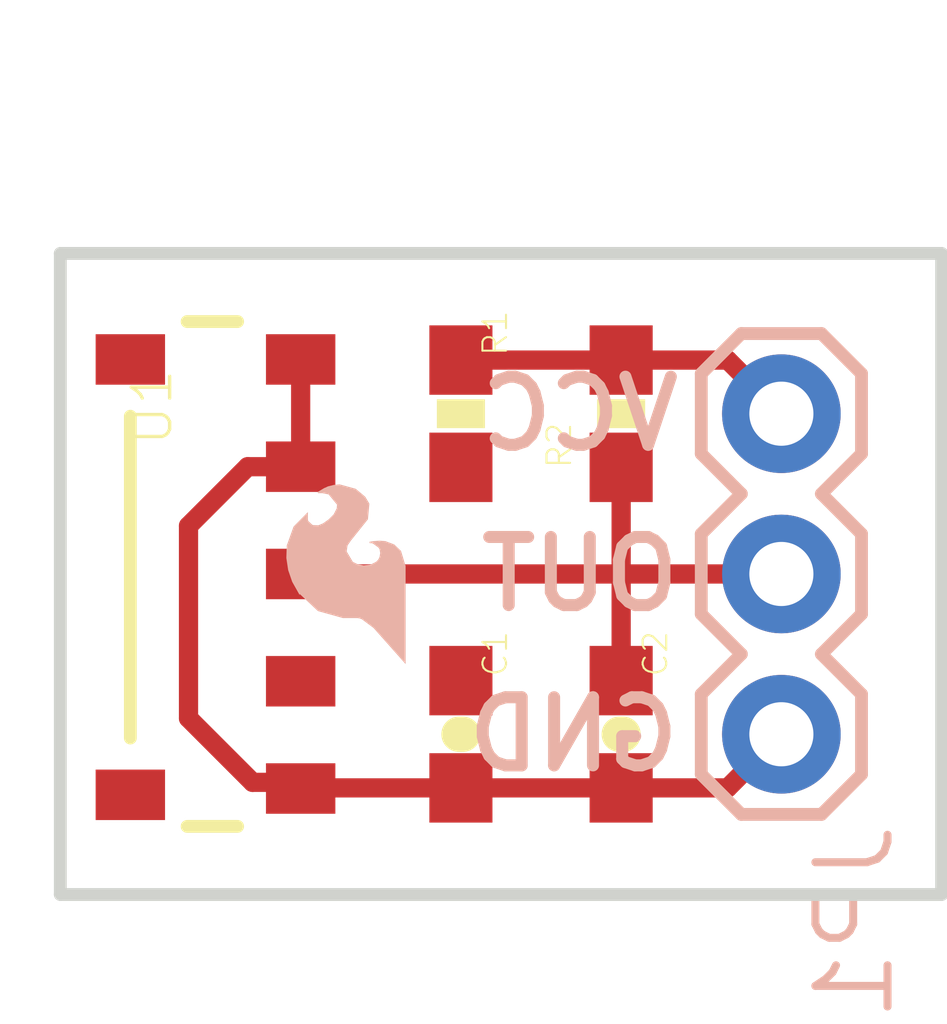
<source format=kicad_pcb>
(kicad_pcb (version 20211014) (generator pcbnew)
  (layers (0 "F.Cu" signal) (31 "B.Cu" signal) (34 "B.Paste" user) (35 "F.Paste" user) (36 "B.SilkS" user "B.Silkscreen") (37 "F.SilkS" user "F.Silkscreen") (38 "B.Mask" user) (39 "F.Mask" user) (44 "Edge.Cuts" user))
  (net 0 "")
  (net 1 "GND")
  (net 2 "VS")
  (net 3 "OUT")
  (net 4 "VCC")
  (footprint "boardEagle:TSOP8523" (layer "F.Cu") (at 145.3261 105.0036 -90)
    (fp_text reference "U1" (at -2 2 -90) (layer "F.SilkS") (effects (font (size 0.607568 0.607568) (thickness 0.052832)) (justify left bottom)))
    (fp_text value "IRRECEIVERSMD")
    (fp_line (start -2.5 2.7) (end 2.6 2.7) (layer "F.SilkS") (width 0.2032))
    (fp_line (start 4 1) (end 4 1.8) (layer "F.SilkS") (width 0.2032))
    (fp_line (start -4 1) (end -4 1.8) (layer "F.SilkS") (width 0.2032))
    (pad "1" smd rect (at 3.4 0 270) (size 0.8 1.1) (layers "F.Cu" "F.Paste" "F.Mask") (net 1 "GND"))
    (pad "2" smd rect (at 1.7 0 270) (size 0.8 1.1) (layers "F.Cu" "F.Paste" "F.Mask") (net 2 "VS"))
    (pad "3" smd rect (at 0 0 270) (size 0.8 1.1) (layers "F.Cu" "F.Paste" "F.Mask") (net 3 "OUT"))
    (pad "4" smd rect (at -1.7 0 270) (size 0.8 1.1) (layers "F.Cu" "F.Paste" "F.Mask") (net 1 "GND"))
    (pad "5" smd rect (at -3.4 0 270) (size 0.8 1.1) (layers "F.Cu" "F.Paste" "F.Mask") (net 1 "GND"))
    (pad "P$1" smd rect (at -3.4 2.7 270) (size 0.8 1.1) (layers "F.Cu" "F.Paste" "F.Mask"))
    (pad "P$2" smd rect (at 3.5 2.7 270) (size 0.8 1.1) (layers "F.Cu" "F.Paste" "F.Mask"))
  )
  (footprint "boardEagle:0603-CAP" (layer "F.Cu") (at 150.4061 107.5436 -90)
    (fp_text reference "C2" (at -0.889 -0.762 -90) (layer "F.SilkS") (effects (font (size 0.373888 0.373888) (thickness 0.032512)) (justify left bottom)))
    (fp_text value "47nF")
    (fp_line (start 0 -0.0305) (end 0 0.0305) (layer "F.SilkS") (width 0.5588))
    (pad "1" smd rect (at -0.85 0 270) (size 1.1 1) (layers "F.Cu" "F.Paste" "F.Mask") (net 3 "OUT"))
    (pad "2" smd rect (at 0.85 0 270) (size 1.1 1) (layers "F.Cu" "F.Paste" "F.Mask") (net 1 "GND"))
  )
  (footprint "boardEagle:0603-CAP" (layer "F.Cu") (at 147.8661 107.5436 -90)
    (fp_text reference "C1" (at -0.889 -0.762 -90) (layer "F.SilkS") (effects (font (size 0.373888 0.373888) (thickness 0.032512)) (justify left bottom)))
    (fp_text value "1uF")
    (fp_line (start 0 -0.0305) (end 0 0.0305) (layer "F.SilkS") (width 0.5588))
    (pad "1" smd rect (at -0.85 0 270) (size 1.1 1) (layers "F.Cu" "F.Paste" "F.Mask") (net 2 "VS"))
    (pad "2" smd rect (at 0.85 0 270) (size 1.1 1) (layers "F.Cu" "F.Paste" "F.Mask") (net 1 "GND"))
  )
  (footprint "boardEagle:0603-RES" (layer "F.Cu") (at 150.4061 102.4636 90)
    (fp_text reference "R2" (at -0.889 -0.762 90) (layer "F.SilkS") (effects (font (size 0.373888 0.373888) (thickness 0.032512)) (justify left bottom)))
    (fp_text value "2.2k")
    (fp_poly (pts (xy -0.2286 0.381) (xy 0.2286 0.381) (xy 0.2286 -0.381) (xy -0.2286 -0.381)) (layer "F.SilkS") (width 0) (fill solid))
    (pad "1" smd rect (at -0.85 0 90) (size 1.1 1) (layers "F.Cu" "F.Paste" "F.Mask") (net 3 "OUT"))
    (pad "2" smd rect (at 0.85 0 90) (size 1.1 1) (layers "F.Cu" "F.Paste" "F.Mask") (net 4 "VCC"))
  )
  (footprint "boardEagle:0603-RES" (layer "F.Cu") (at 147.8661 102.4636 -90)
    (fp_text reference "R1" (at -0.889 -0.762 -90) (layer "F.SilkS") (effects (font (size 0.373888 0.373888) (thickness 0.032512)) (justify left bottom)))
    (fp_text value "100")
    (fp_poly (pts (xy -0.2286 0.381) (xy 0.2286 0.381) (xy 0.2286 -0.381) (xy -0.2286 -0.381)) (layer "F.SilkS") (width 0) (fill solid))
    (pad "1" smd rect (at -0.85 0 270) (size 1.1 1) (layers "F.Cu" "F.Paste" "F.Mask") (net 4 "VCC"))
    (pad "2" smd rect (at 0.85 0 270) (size 1.1 1) (layers "F.Cu" "F.Paste" "F.Mask") (net 2 "VS"))
  )
  (footprint "boardEagle:SFE-LOGO-FLAME" (layer "B.Cu") (at 146.9771 106.4006 180)
    (fp_text reference "U$1" hide)
    (fp_text value "LOGO-SFESK" hide)
    (fp_poly (pts (xy 1.126002 2.808203) (xy 1.215449 2.785829) (xy 1.228477 2.780783) (xy 1.240149 2.774875) (xy 1.25686 2.766576) (xy 1.275552 2.759834) (xy 1.371694 2.7026) (xy 1.3793 2.7026) (xy 1.3793 2.6772) (xy 1.306833 2.6772) (xy 1.208418 2.657914) (xy 1.074855 2.495286) (xy 1.079365 2.436825) (xy 1.12809 2.341869) (xy 1.204666 2.265196) (xy 1.294069 2.200638) (xy 1.369348 2.168824) (xy 1.450737 2.171632) (xy 1.458864 2.174186) (xy 1.466257 2.177389) (xy 1.530514 2.236956) (xy 1.5368 2.259812) (xy 1.5368 2.377938) (xy 1.763707 2.148127) (xy 1.868186 1.856841) (xy 1.871603 1.856894) (xy 1.87806 1.650435) (xy 1.848857 1.45742) (xy 1.785308 1.272842) (xy 1.6663 1.061578) (xy 1.6663 1.080581) (xy 1.378131 0.80901) (xy 0.982239 0.6985) (xy 0.753005 0.6985) (xy 0.716201 0.692046) (xy 0.681776 0.679592) (xy 0.496322 0.541784) (xy -0.0126 -0.03091) (xy -0.0126 1.52077) (xy 0.060004 1.761967) (xy 0.168295 1.865489) (xy 0.307122 1.917522) (xy 0.4039 1.925089) (xy 0.499384 1.917623) (xy 0.55991 1.908099) (xy 0.557788 1.884433) (xy 0.522216 1.885242) (xy 0.501784 1.876141) (xy 0.420519 1.817154) (xy 0.400722 1.79067) (xy 0.390395 1.7285) (xy 0.400905 1.665229) (xy 0.421405 1.625174) (xy 0.452343 1.592685) (xy 0.546535 1.54355) (xy 0.652229 1.531742) (xy 0.742768 1.550084) (xy 0.82422 1.589656) (xy 0.92203 1.754659) (xy 0.907706 1.848844) (xy 0.850914 1.930401) (xy 0.584707 2.263237) (xy 0.561667 2.510855) (xy 0.627495 2.621556) (xy 0.629042 2.623103) (xy 0.778901 2.74712) (xy 1.032676 2.817064)) (layer "B.SilkS") (width 0) (fill solid))
  )
  (footprint "boardEagle:1X03" (layer "B.Cu") (at 152.9461 107.5436 90)
    (fp_text reference "JP1" (at -1.3462 1.8288 270) (layer "B.SilkS") (effects (font (size 1.143 1.143) (thickness 0.127)) (justify left bottom mirror)))
    (fp_text value "")
    (fp_line (start 5.715 -1.27) (end 4.445 -1.27) (layer "B.SilkS") (width 0.2032))
    (fp_line (start 4.445 -1.27) (end 3.81 -0.635) (layer "B.SilkS") (width 0.2032))
    (fp_line (start 4.445 1.27) (end 5.715 1.27) (layer "B.SilkS") (width 0.2032))
    (fp_line (start -1.27 0.635) (end -1.27 -0.635) (layer "B.SilkS") (width 0.2032))
    (fp_line (start 1.27 0.635) (end 1.905 1.27) (layer "B.SilkS") (width 0.2032))
    (fp_line (start -1.27 -0.635) (end -0.635 -1.27) (layer "B.SilkS") (width 0.2032))
    (fp_line (start 1.27 -0.635) (end 0.635 -1.27) (layer "B.SilkS") (width 0.2032))
    (fp_line (start 3.81 0.635) (end 4.445 1.27) (layer "B.SilkS") (width 0.2032))
    (fp_line (start 3.81 -0.635) (end 3.175 -1.27) (layer "B.SilkS") (width 0.2032))
    (fp_line (start 3.175 -1.27) (end 1.905 -1.27) (layer "B.SilkS") (width 0.2032))
    (fp_line (start -0.635 1.27) (end 0.635 1.27) (layer "B.SilkS") (width 0.2032))
    (fp_line (start 1.905 1.27) (end 3.175 1.27) (layer "B.SilkS") (width 0.2032))
    (fp_line (start 0.635 -1.27) (end -0.635 -1.27) (layer "B.SilkS") (width 0.2032))
    (fp_line (start 3.175 1.27) (end 3.81 0.635) (layer "B.SilkS") (width 0.2032))
    (fp_line (start 6.35 0.635) (end 6.35 -0.635) (layer "B.SilkS") (width 0.2032))
    (fp_line (start 1.905 -1.27) (end 1.27 -0.635) (layer "B.SilkS") (width 0.2032))
    (fp_line (start 0.635 1.27) (end 1.27 0.635) (layer "B.SilkS") (width 0.2032))
    (fp_line (start 6.35 -0.635) (end 5.715 -1.27) (layer "B.SilkS") (width 0.2032))
    (fp_line (start 5.715 1.27) (end 6.35 0.635) (layer "B.SilkS") (width 0.2032))
    (fp_line (start -0.635 1.27) (end -1.27 0.635) (layer "B.SilkS") (width 0.2032))
    (pad "1" thru_hole circle (at 0 0) (size 1.8796 1.8796) (drill 1.016) (layers *.Cu *.Mask) (net 1 "GND"))
    (pad "2" thru_hole circle (at 2.54 0) (size 1.8796 1.8796) (drill 1.016) (layers *.Cu *.Mask) (net 3 "OUT"))
    (pad "3" thru_hole circle (at 5.08 0) (size 1.8796 1.8796) (drill 1.016) (layers *.Cu *.Mask) (net 4 "VCC"))
  )
  (gr_line (start 155.4861 110.0836) (end 155.4861 99.9236) (layer "Edge.Cuts") (width 0.2032))
  (gr_line (start 155.4861 99.9236) (end 141.5161 99.9236) (layer "Edge.Cuts") (width 0.2032))
  (gr_line (start 141.5161 110.0836) (end 155.4861 110.0836) (layer "Edge.Cuts") (width 0.2032))
  (gr_line (start 141.5161 99.9236) (end 141.5161 110.0836) (layer "Edge.Cuts") (width 0.2032))
  (gr_text "VCC" (at 151.4221 103.0986) (layer "B.SilkS") (effects (font (size 1.0795 1.0795) (thickness 0.1905)) (justify left bottom mirror)))
  (gr_text "GND" (at 151.4221 108.1786) (layer "B.SilkS") (effects (font (size 1.0795 1.0795) (thickness 0.1905)) (justify left bottom mirror)))
  (gr_text "OUT" (at 151.4221 105.6386) (layer "B.SilkS") (effects (font (size 1.0795 1.0795) (thickness 0.1905)) (justify left bottom mirror)))
  (segment (start 150.4061 108.3936) (end 152.0961 108.3936) (width 0.3048) (layer "F.Cu") (net 1))
  (segment (start 145.3361 108.3936) (end 147.8661 108.3936) (width 0.3048) (layer "F.Cu") (net 1))
  (segment (start 145.3261 108.3056) (end 144.5641 108.3056) (width 0.3048) (layer "F.Cu") (net 1))
  (segment (start 145.3261 103.3036) (end 145.3261 101.6036) (width 0.3048) (layer "F.Cu") (net 1))
  (segment (start 144.4861 103.3036) (end 145.3261 103.3036) (width 0.3048) (layer "F.Cu") (net 1))
  (segment (start 145.3261 108.4036) (end 145.3261 108.3056) (width 0.2032) (layer "F.Cu") (net 1))
  (segment (start 144.5641 108.3056) (end 143.5481 107.2896) (width 0.3048) (layer "F.Cu") (net 1))
  (segment (start 143.5481 107.2896) (end 143.5481 104.2416) (width 0.3048) (layer "F.Cu") (net 1))
  (segment (start 152.0961 108.3936) (end 152.9461 107.5436) (width 0.3048) (layer "F.Cu") (net 1))
  (segment (start 145.3261 108.4036) (end 145.3361 108.3936) (width 0.3048) (layer "F.Cu") (net 1))
  (segment (start 147.8661 108.3936) (end 150.4061 108.3936) (width 0.3048) (layer "F.Cu") (net 1))
  (segment (start 143.5481 104.2416) (end 144.4861 103.3036) (width 0.3048) (layer "F.Cu") (net 1))
  (segment (start 150.4061 106.6936) (end 150.4061 106.7816) (width 0.2032) (layer "F.Cu") (net 3))
  (segment (start 150.4061 105.0036) (end 150.4061 103.3136) (width 0.3048) (layer "F.Cu") (net 3))
  (segment (start 145.3261 105.0036) (end 150.4061 105.0036) (width 0.3048) (layer "F.Cu") (net 3))
  (segment (start 150.4061 105.0036) (end 150.4061 106.6936) (width 0.3048) (layer "F.Cu") (net 3))
  (segment (start 150.4061 105.0036) (end 152.9461 105.0036) (width 0.3048) (layer "F.Cu") (net 3))
  (segment (start 150.4061 101.6136) (end 152.0961 101.6136) (width 0.3048) (layer "F.Cu") (net 4))
  (segment (start 152.0961 101.6136) (end 152.9461 102.4636) (width 0.3048) (layer "F.Cu") (net 4))
  (segment (start 147.8661 101.6136) (end 150.4061 101.6136) (width 0.3048) (layer "F.Cu") (net 4))
)
</source>
